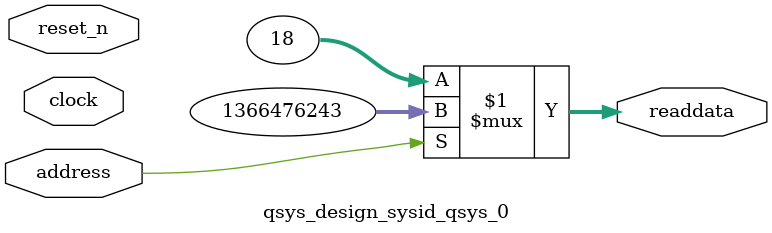
<source format=v>

`timescale 1ns / 1ps
// synthesis translate_on

// turn off superfluous verilog processor warnings 
// altera message_level Level1 
// altera message_off 10034 10035 10036 10037 10230 10240 10030 

module qsys_design_sysid_qsys_0 (
               // inputs:
                address,
                clock,
                reset_n,

               // outputs:
                readdata
             )
;

  output  [ 31: 0] readdata;
  input            address;
  input            clock;
  input            reset_n;

  wire    [ 31: 0] readdata;
  //control_slave, which is an e_avalon_slave
  assign readdata = address ? 1366476243 : 18;

endmodule




</source>
